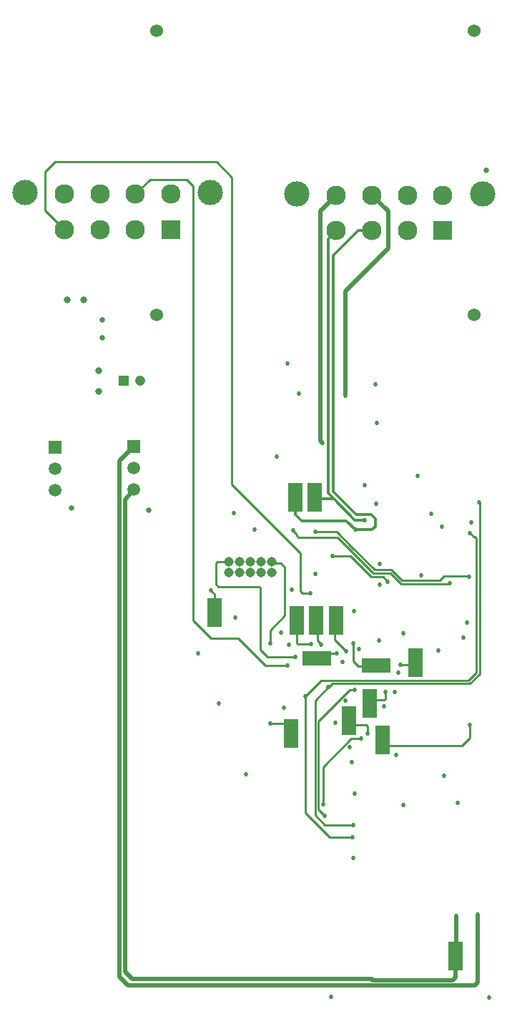
<source format=gbl>
G04*
G04 #@! TF.GenerationSoftware,Altium Limited,Altium Designer,21.7.2 (23)*
G04*
G04 Layer_Physical_Order=4*
G04 Layer_Color=16711680*
%FSLAX25Y25*%
%MOIN*%
G70*
G04*
G04 #@! TF.SameCoordinates,09E9BBC9-63B0-45BD-99AE-EBF3B05E1A71*
G04*
G04*
G04 #@! TF.FilePolarity,Positive*
G04*
G01*
G75*
%ADD16C,0.01000*%
%ADD68C,0.04500*%
%ADD96C,0.02000*%
%ADD99C,0.01200*%
%ADD100C,0.06000*%
%ADD101C,0.11811*%
%ADD102C,0.09055*%
%ADD103R,0.09055X0.09055*%
%ADD104C,0.04756*%
%ADD105R,0.04756X0.04756*%
%ADD106R,0.05937X0.05937*%
%ADD107C,0.05937*%
%ADD108C,0.02047*%
%ADD109C,0.02500*%
%ADD110C,0.03150*%
%ADD128R,0.07008X0.13504*%
%ADD129R,0.13504X0.07008*%
D16*
X-91200Y178024D02*
Y186600D01*
Y178024D02*
X-85942Y172766D01*
X-90100Y225900D02*
X-73400Y209200D01*
X-108200Y225900D02*
X-90100D01*
X-73400Y209200D02*
X-65500D01*
X-74200Y207400D02*
X-68800D01*
X-66600Y205200D01*
X-83900Y217100D02*
X-74200Y207400D01*
X-92200Y217100D02*
X-83900D01*
X-108414Y176000D02*
X-102500D01*
X-109000Y176586D02*
X-108414Y176000D01*
X-109000Y176586D02*
Y187100D01*
X-67600Y150586D02*
Y153700D01*
X-68186Y150000D02*
X-67600Y150586D01*
X-94200Y156000D02*
X-94064D01*
X-23800Y162279D02*
Y242100D01*
X-94064Y156000D02*
X-92365Y157700D01*
X-28379D01*
X-23800Y162279D01*
X-98987Y140247D02*
X-84400Y154835D01*
X-81965D01*
X-81900Y154900D01*
X-82765Y168269D02*
Y176135D01*
X-82600Y176300D01*
X-82765Y168269D02*
X-80196Y165700D01*
X-177465Y392500D02*
X-160300D01*
X-184229Y385735D02*
X-177465Y392500D01*
X-157400Y187000D02*
Y389600D01*
X-160300Y392500D02*
X-157400Y389600D01*
Y187000D02*
X-149100Y178700D01*
X-136400D01*
X-123700Y166000D01*
X-113300D01*
X-139312Y250312D02*
X-109400Y220400D01*
X-139312Y250312D02*
Y393612D01*
X-221600Y400700D02*
X-146400D01*
X-139312Y393612D01*
X-226200Y396100D02*
X-221600Y400700D01*
X-226200Y378100D02*
Y396100D01*
Y378100D02*
X-217300Y369200D01*
X-109400Y220400D02*
X-109386D01*
X-107400Y218414D01*
X-149100Y201000D02*
X-147200Y199100D01*
Y190900D02*
Y199100D01*
X-111600Y134300D02*
Y136096D01*
X-114604Y139100D02*
X-111600Y136096D01*
X-121300Y139100D02*
X-114604D01*
X-145600Y202900D02*
X-126586D01*
X-146700Y204000D02*
X-145600Y202900D01*
X-146700Y204000D02*
Y213814D01*
X-146114Y214400D01*
X-140800D01*
X-120150Y213750D02*
X-116450D01*
X-114600Y211900D01*
Y189500D02*
Y211900D01*
X-121500Y182600D02*
X-114600Y189500D01*
X-38860Y203947D02*
X-38698Y204109D01*
X-37991D01*
X-37800Y204300D01*
X-50077Y205800D02*
X-42400D01*
X-50090Y205813D02*
X-50077Y205800D01*
X-59991Y205813D02*
X-50090D01*
X-65500Y209200D02*
X-60247Y203947D01*
X-42400Y205800D02*
X-40500Y207700D01*
X-28991Y207691D02*
X-28800Y207500D01*
X-29698Y207691D02*
X-28991D01*
X-29707Y207700D02*
X-29698Y207691D01*
X-40500Y207700D02*
X-29707D01*
X-64879Y210700D02*
X-59991Y205813D01*
X-29000Y159200D02*
X-25300Y162900D01*
X-60700Y166400D02*
X-54600D01*
X-53700Y167300D01*
X-25300Y162900D02*
Y225565D01*
X-60247Y203947D02*
X-38860D01*
X-75900Y134600D02*
Y137900D01*
X-28500Y132300D02*
Y138400D01*
X-76600Y138600D02*
X-75900Y137900D01*
X-74900Y148500D02*
X-73400Y150000D01*
X-68186D01*
X-109095Y226795D02*
Y227124D01*
Y226795D02*
X-108200Y225900D01*
X-110700Y228729D02*
Y229000D01*
Y228729D02*
X-109095Y227124D01*
X-100500Y228400D02*
X-90400D01*
X-89400Y227400D01*
X-89379D01*
X-83900Y221921D01*
Y221900D02*
Y221921D01*
Y221900D02*
X-72700Y210700D01*
X-28376Y227800D02*
X-28106D01*
X-26577Y226272D01*
X-26007D01*
X-25300Y225565D01*
X-23900Y242200D02*
X-23800Y242100D01*
X-149300Y188800D02*
X-147200Y190900D01*
X-98987Y99187D02*
Y140247D01*
X-104967Y97467D02*
X-93750Y86250D01*
X-100487Y96287D02*
Y149713D01*
X-104967Y97467D02*
Y151633D01*
X-104776Y151903D02*
Y152094D01*
X-126000Y173400D02*
Y202314D01*
X-126586Y202900D02*
X-126000Y202314D01*
X-122800Y170200D02*
X-109800D01*
X-126000Y173400D02*
X-122800Y170200D01*
X-121500Y176300D02*
Y182600D01*
X-99400Y177771D02*
Y186800D01*
X-99700Y187100D02*
X-99400Y186800D01*
X-106500Y199900D02*
X-102800D01*
X-107400Y200800D02*
X-106500Y199900D01*
X-107400Y200800D02*
Y218414D01*
X-120800Y214400D02*
X-120150Y213750D01*
X-93750Y86250D02*
X-83050D01*
X-96023Y91823D02*
X-82644D01*
X-100487Y96287D02*
X-96023Y91823D01*
X-98987Y99187D02*
X-95923Y96123D01*
X-96700Y101300D02*
Y118835D01*
X-83587Y131948D01*
X-78952D01*
X-78900Y132000D01*
X-82700Y138600D02*
X-76600D01*
X-84600Y140500D02*
X-82700Y138600D01*
X-100487Y149713D02*
X-94200Y156000D01*
X-66500Y128700D02*
X-32100D01*
X-69100Y131300D02*
X-66500Y128700D01*
X-32100D02*
X-28500Y132300D01*
X-97700Y159200D02*
X-29000D01*
X-80196Y165700D02*
X-77100D01*
X-99600Y169500D02*
X-97500Y167400D01*
X-99600Y169500D02*
X-97200Y171900D01*
X-90300D01*
X-97800Y175900D02*
Y176171D01*
X-99400Y177771D02*
X-97800Y176171D01*
X-91200Y186600D02*
X-90800Y187000D01*
X-72700Y210700D02*
X-64879D01*
X-104776Y152094D02*
X-104300Y152571D01*
Y152600D01*
X-97700Y159200D01*
D68*
X-120800Y214400D02*
D03*
Y209400D02*
D03*
X-125800Y214400D02*
D03*
Y209400D02*
D03*
X-130800Y214400D02*
D03*
Y209400D02*
D03*
X-135800Y214400D02*
D03*
Y209400D02*
D03*
X-140800Y214400D02*
D03*
Y209400D02*
D03*
D96*
X-97900Y270713D02*
X-96887Y269700D01*
X-97900Y377841D02*
X-90550Y385191D01*
X-97900Y270713D02*
Y377841D01*
X-66500Y360300D02*
Y377676D01*
X-74015Y385191D02*
X-66500Y377676D01*
X-86300Y340500D02*
X-66500Y360300D01*
X-86300Y291800D02*
Y340500D01*
X-35100Y20900D02*
Y30800D01*
X-189100Y23400D02*
Y243601D01*
X-185058Y247643D02*
Y248000D01*
X-189100Y243601D02*
X-185058Y247643D01*
X-191700Y21000D02*
Y261300D01*
Y21000D02*
X-187800Y17100D01*
X-191700Y261300D02*
X-187027Y265973D01*
X-189100Y23400D02*
X-185700Y20000D01*
X-74100D01*
X-73700Y19600D01*
X-36400D01*
X-187800Y17100D02*
X-25972D01*
X-24700Y18372D01*
X-36400Y19600D02*
X-35100Y20900D01*
X-185029Y267971D02*
Y268029D01*
X-185087Y267971D02*
X-185029D01*
X-187027Y266032D02*
X-185087Y267971D01*
X-187027Y265973D02*
Y266032D01*
X-35100Y30800D02*
X-34732Y31168D01*
Y49468D01*
X-24700Y18372D02*
Y50000D01*
D99*
X-106700Y233400D02*
X-85900D01*
X-81800Y229300D01*
X-109600Y236300D02*
X-106700Y233400D01*
X-109600Y236300D02*
Y244600D01*
X-91800Y243800D02*
X-81900Y233900D01*
X-94500Y246500D02*
X-91800Y243800D01*
X-99800D02*
X-91800D01*
X-100600Y244600D02*
X-99800Y243800D01*
X-92100Y357000D02*
X-80445Y368655D01*
X-74015D01*
X-92100Y247000D02*
Y357000D01*
Y247000D02*
X-81387Y236287D01*
X-74187D02*
X-72400Y234500D01*
X-81387Y236287D02*
X-74187D01*
X-74000Y229300D02*
X-72400Y230900D01*
Y234500D01*
X-81800Y229300D02*
X-74000D01*
X-81900Y233900D02*
X-77200D01*
X-94500Y246500D02*
Y364651D01*
X-90550Y368601D02*
Y368655D01*
X-94500Y364651D02*
X-90550Y368601D01*
D100*
X-26500Y461900D02*
D03*
X-174500D02*
D03*
X-26500Y329600D02*
D03*
X-174500D02*
D03*
D101*
X-109054Y385943D02*
D03*
X-22440D02*
D03*
X-235804Y386487D02*
D03*
X-149190D02*
D03*
D102*
X-90550Y385191D02*
D03*
X-74015D02*
D03*
X-57479D02*
D03*
X-40944D02*
D03*
X-90550Y368655D02*
D03*
X-74015D02*
D03*
X-57479D02*
D03*
X-217300Y385735D02*
D03*
X-200765D02*
D03*
X-184229D02*
D03*
X-167694D02*
D03*
X-217300Y369200D02*
D03*
X-200765D02*
D03*
X-184229D02*
D03*
D103*
X-40944Y368655D02*
D03*
X-167694Y369200D02*
D03*
D104*
X-181863Y298700D02*
D03*
D105*
X-189737D02*
D03*
D106*
X-185058Y268000D02*
D03*
X-221600Y267900D02*
D03*
D107*
X-185058Y258000D02*
D03*
Y248000D02*
D03*
X-221600Y247900D02*
D03*
Y257900D02*
D03*
D108*
X-85942Y172766D02*
D03*
X-29547Y186253D02*
D03*
X-66600Y205200D02*
D03*
X-102500Y176000D02*
D03*
X-67600Y153700D02*
D03*
X-81900Y154900D02*
D03*
X-82600Y176300D02*
D03*
X-43000Y173000D02*
D03*
X-96887Y269700D02*
D03*
X-86300Y291800D02*
D03*
X-138500Y237200D02*
D03*
X-113500Y306700D02*
D03*
X-149100Y201000D02*
D03*
X-92900Y11800D02*
D03*
X-118300Y263400D02*
D03*
X-34000Y102000D02*
D03*
X-132600Y115550D02*
D03*
X-114900Y146600D02*
D03*
X-145200Y148300D02*
D03*
X-121300Y139100D02*
D03*
X-113300Y166000D02*
D03*
X-83400Y121200D02*
D03*
X-62600Y124500D02*
D03*
X-84200Y128100D02*
D03*
X-78900Y132000D02*
D03*
X-75900Y134600D02*
D03*
X-28500Y138400D02*
D03*
X-91010Y139590D02*
D03*
X-68427Y147073D02*
D03*
X-86200Y149800D02*
D03*
X-104967Y151633D02*
D03*
X-63300Y153700D02*
D03*
X-94200Y156000D02*
D03*
X-61700Y162700D02*
D03*
X-109800Y170200D02*
D03*
X-154900Y171800D02*
D03*
X-111300Y201300D02*
D03*
X-112800Y175700D02*
D03*
X-121500Y176300D02*
D03*
X-116407Y181513D02*
D03*
X-137793Y188407D02*
D03*
X-110700Y229000D02*
D03*
X-128700Y229600D02*
D03*
X-60700Y166400D02*
D03*
X-87600Y167900D02*
D03*
X-90300Y171900D02*
D03*
X-80000Y173800D02*
D03*
X-97800Y175900D02*
D03*
X-70548Y177752D02*
D03*
X-31200Y179000D02*
D03*
X-59300Y181000D02*
D03*
X-82200Y191300D02*
D03*
X-102800Y199900D02*
D03*
X-70200Y203900D02*
D03*
X-37800Y204300D02*
D03*
X-108100Y292700D02*
D03*
X-100500Y228400D02*
D03*
X-100400Y208800D02*
D03*
X-92200Y217100D02*
D03*
X-81800Y229300D02*
D03*
X-77500Y250200D02*
D03*
X-77200Y233900D02*
D03*
X-72500Y297100D02*
D03*
X-72173Y241327D02*
D03*
X-71800Y279200D02*
D03*
X-70400Y213400D02*
D03*
X-52600Y254500D02*
D03*
X-19300Y11500D02*
D03*
X-34732Y49468D02*
D03*
X-24700Y50000D02*
D03*
X-82700Y76300D02*
D03*
X-83050Y86250D02*
D03*
X-82644Y91823D02*
D03*
X-95923Y96123D02*
D03*
X-59500Y101050D02*
D03*
X-96700Y101300D02*
D03*
X-28800Y207500D02*
D03*
X-51038Y208100D02*
D03*
X-46200Y236700D02*
D03*
X-41200Y230900D02*
D03*
X-28376Y227800D02*
D03*
X-27729Y232700D02*
D03*
X-23900Y242200D02*
D03*
X-81977Y106292D02*
D03*
X-40300Y114700D02*
D03*
D109*
X-20800Y396800D02*
D03*
X-213900Y239300D02*
D03*
X-178100Y238500D02*
D03*
X-199600Y327161D02*
D03*
Y318761D02*
D03*
D110*
X-201200Y293661D02*
D03*
X-208500Y336561D02*
D03*
X-215900D02*
D03*
X-201200Y303561D02*
D03*
D128*
X-147200Y190900D02*
D03*
X-84600Y140500D02*
D03*
X-69100Y131300D02*
D03*
X-74900Y148500D02*
D03*
X-53700Y167300D02*
D03*
X-90800Y187100D02*
D03*
X-109000D02*
D03*
X-99900D02*
D03*
X-100600Y244600D02*
D03*
X-109600D02*
D03*
X-35100Y30800D02*
D03*
X-111600Y134300D02*
D03*
D129*
X-99600Y169500D02*
D03*
X-72100Y166200D02*
D03*
M02*

</source>
